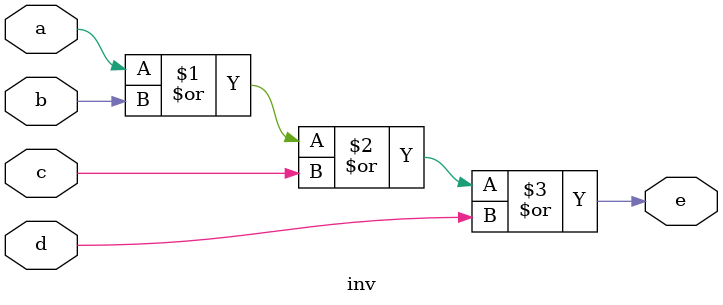
<source format=v>
`timescale 1ns / 1ps

module inv(a, b, c, d, e);
input a, b, c, d;
output e;

assign e = a|b|c|d;
endmodule

</source>
